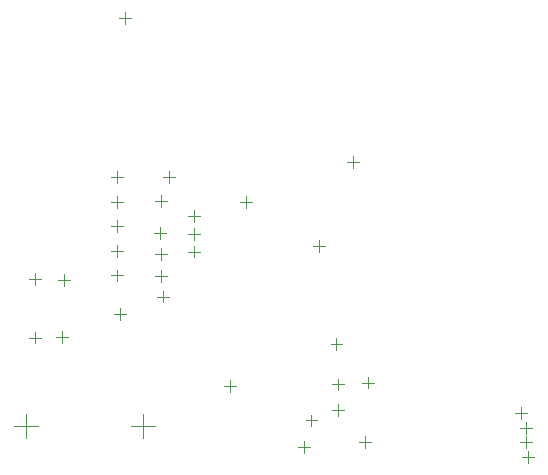
<source format=gbr>
G04*
G04 #@! TF.GenerationSoftware,Altium Limited,Altium Designer,24.1.2 (44)*
G04*
G04 Layer_Color=32768*
%FSLAX25Y25*%
%MOIN*%
G70*
G04*
G04 #@! TF.SameCoordinates,59DD8EBB-DCD7-4209-94D2-A0ED0100978B*
G04*
G04*
G04 #@! TF.FilePolarity,Positive*
G04*
G01*
G75*
%ADD144C,0.00394*%
D144*
X44651Y-344846D02*
Y-340909D01*
X42682Y-342878D02*
X46619D01*
X178033Y-380986D02*
X181970D01*
X180001Y-382954D02*
Y-379017D01*
X178426Y-378036D02*
Y-374099D01*
X176458Y-376067D02*
X180395D01*
X124271Y-385710D02*
X128208D01*
X126239Y-387679D02*
Y-383741D01*
X178820Y-390710D02*
X182757D01*
X180789Y-392679D02*
Y-388742D01*
X178033Y-385710D02*
X181970D01*
X180001Y-387679D02*
Y-383742D01*
X108483Y-380450D02*
Y-376513D01*
X106515Y-378481D02*
X110452D01*
X106090Y-389345D02*
Y-385407D01*
X104121Y-387376D02*
X108059D01*
X122415Y-294276D02*
Y-290339D01*
X120446Y-292308D02*
X124383D01*
X52362Y-384372D02*
Y-376336D01*
X48344Y-380354D02*
X56380D01*
X13247Y-384372D02*
Y-376336D01*
X9229Y-380354D02*
X17265D01*
X58448Y-307298D02*
Y-303361D01*
X56480Y-305329D02*
X60417D01*
X59007Y-339138D02*
Y-335201D01*
X57038Y-337169D02*
X60975D01*
X59150Y-297199D02*
X63087D01*
X61118Y-299168D02*
Y-295231D01*
X125431Y-365839D02*
X129368D01*
X127399Y-367807D02*
Y-363870D01*
X117375Y-377012D02*
Y-373075D01*
X115406Y-375044D02*
X119343D01*
X117419Y-368419D02*
Y-364482D01*
X115450Y-366451D02*
X119387D01*
X69427Y-312160D02*
Y-308223D01*
X67459Y-310192D02*
X71396D01*
X69427Y-318213D02*
Y-314276D01*
X67459Y-316244D02*
X71396D01*
X69427Y-324126D02*
Y-320189D01*
X67459Y-322157D02*
X71396D01*
X79290Y-367099D02*
X83227D01*
X81258Y-369068D02*
Y-365131D01*
X84809Y-305692D02*
X88746D01*
X86778Y-307660D02*
Y-303723D01*
X111049Y-322342D02*
Y-318405D01*
X109081Y-320374D02*
X113018D01*
X116824Y-355012D02*
Y-351075D01*
X114855Y-353044D02*
X118792D01*
X44312Y-244264D02*
X48249D01*
X46280Y-246232D02*
Y-242295D01*
X41635Y-297395D02*
X45572D01*
X43603Y-299364D02*
Y-295427D01*
X41608Y-313758D02*
X45545D01*
X43576Y-315727D02*
Y-311790D01*
X41608Y-321951D02*
X45545D01*
X43576Y-323920D02*
Y-319983D01*
X56012Y-316084D02*
X59949D01*
X57981Y-318052D02*
Y-314115D01*
X56394Y-330286D02*
X60331D01*
X58362Y-332255D02*
Y-328318D01*
X43576Y-307501D02*
Y-303564D01*
X41608Y-305532D02*
X45545D01*
X43576Y-332106D02*
Y-328169D01*
X41608Y-330138D02*
X45545D01*
X58362Y-324816D02*
Y-320879D01*
X56394Y-322847D02*
X60331D01*
X14278Y-331204D02*
X18215D01*
X16247Y-333172D02*
Y-329235D01*
X23278Y-350637D02*
X27215D01*
X25246Y-352605D02*
Y-348668D01*
X14278Y-350829D02*
X18215D01*
X16247Y-352798D02*
Y-348861D01*
X23975Y-331627D02*
X27912D01*
X25944Y-333595D02*
Y-329658D01*
M02*

</source>
